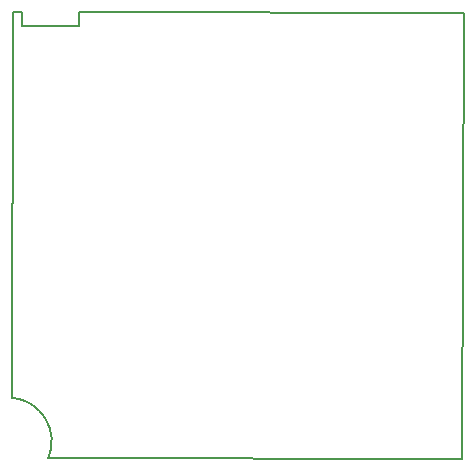
<source format=gbr>
G04 #@! TF.GenerationSoftware,KiCad,Pcbnew,5.1.7-a382d34a8~88~ubuntu18.04.1*
G04 #@! TF.CreationDate,2021-11-20T10:26:26+05:30*
G04 #@! TF.ProjectId,BackEnd_switch_Normal_v1,4261636b-456e-4645-9f73-77697463685f,rev?*
G04 #@! TF.SameCoordinates,Original*
G04 #@! TF.FileFunction,Other,User*
%FSLAX46Y46*%
G04 Gerber Fmt 4.6, Leading zero omitted, Abs format (unit mm)*
G04 Created by KiCad (PCBNEW 5.1.7-a382d34a8~88~ubuntu18.04.1) date 2021-11-20 10:26:26*
%MOMM*%
%LPD*%
G01*
G04 APERTURE LIST*
%ADD10C,0.150000*%
G04 APERTURE END LIST*
D10*
X112763345Y-130474260D02*
G75*
G02*
X115811300Y-135605520I-357125J-3683000D01*
G01*
X113616740Y-97835720D02*
X112798860Y-97838260D01*
X118379240Y-98973640D02*
X118394480Y-97828100D01*
X113611660Y-98976180D02*
X118379240Y-98973640D01*
X113616740Y-97835720D02*
X113611660Y-98976180D01*
X150980140Y-97909380D02*
X118394480Y-97828100D01*
X150853140Y-135656320D02*
X150980140Y-97909380D01*
X115811300Y-135605520D02*
X150853140Y-135656320D01*
X112798860Y-97838260D02*
X112763300Y-130472180D01*
M02*

</source>
